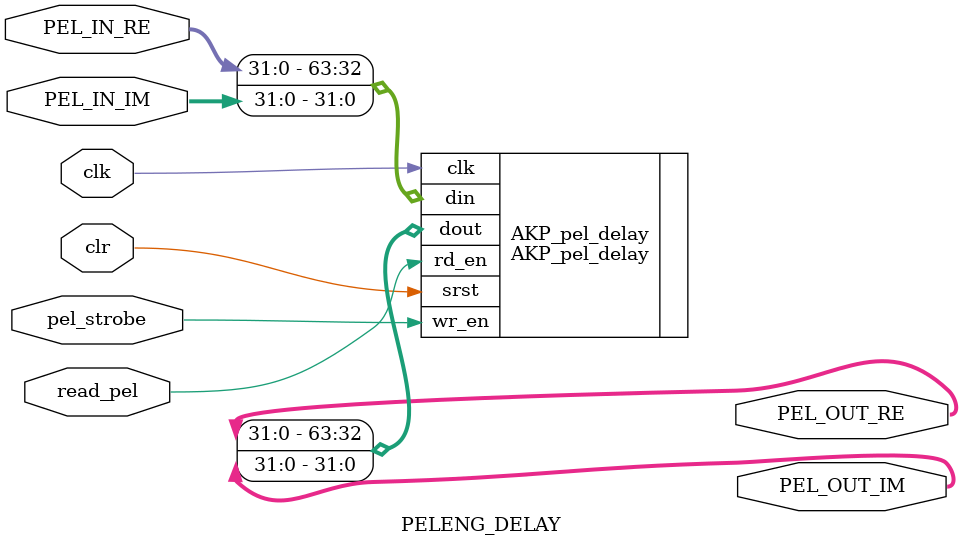
<source format=v>


module PELENG_DELAY(
	input 	clk,
	input 	pel_strobe,
	input 	read_pel,
	input 	clr,
	input 	[31:0]PEL_IN_IM,
	input 	[31:0]PEL_IN_RE,
	output 	[31:0]PEL_OUT_IM,
	output 	[31:0]PEL_OUT_RE
);

AKP_pel_delay	AKP_pel_delay(
	.wr_en(pel_strobe),
	.rd_en(read_pel),
	.clk(clk),
	.srst(clr),
	.din({PEL_IN_RE[31:0],PEL_IN_IM[31:0]}),
	
	.dout({PEL_OUT_RE,PEL_OUT_IM})
	);


endmodule

</source>
